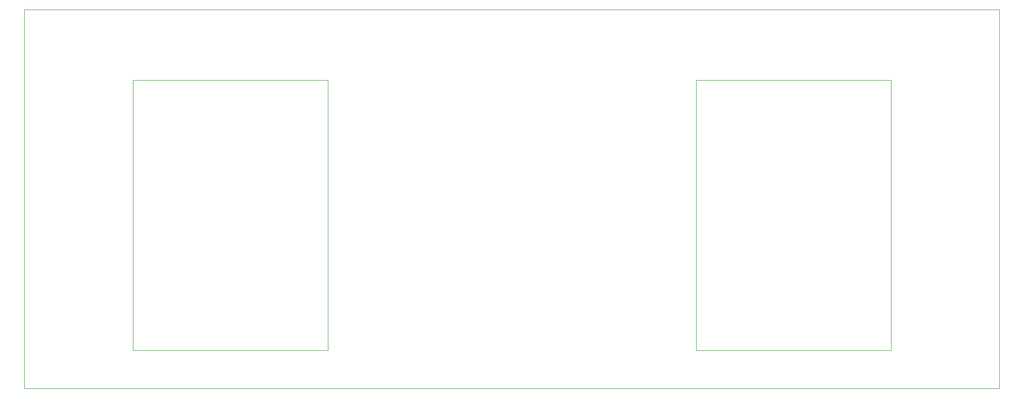
<source format=gbr>
%TF.GenerationSoftware,KiCad,Pcbnew,9.0.7*%
%TF.CreationDate,2026-01-26T22:48:02-06:00*%
%TF.ProjectId,FADETUBE_MIDI,46414445-5455-4424-955f-4d4944492e6b,rev?*%
%TF.SameCoordinates,Original*%
%TF.FileFunction,Profile,NP*%
%FSLAX46Y46*%
G04 Gerber Fmt 4.6, Leading zero omitted, Abs format (unit mm)*
G04 Created by KiCad (PCBNEW 9.0.7) date 2026-01-26 22:48:02*
%MOMM*%
%LPD*%
G01*
G04 APERTURE LIST*
%TA.AperFunction,Profile*%
%ADD10C,0.050000*%
%TD*%
G04 APERTURE END LIST*
D10*
X-90000000Y35000000D02*
X90000000Y35000000D01*
X90000000Y-35000000D01*
X-90000000Y-35000000D01*
X-90000000Y35000000D01*
X-70000000Y22000000D02*
X-34000000Y22000000D01*
X-34000000Y-28000000D01*
X-70000000Y-28000000D01*
X-70000000Y22000000D01*
X34000000Y22000000D02*
X70000000Y22000000D01*
X70000000Y-28000000D01*
X34000000Y-28000000D01*
X34000000Y22000000D01*
M02*

</source>
